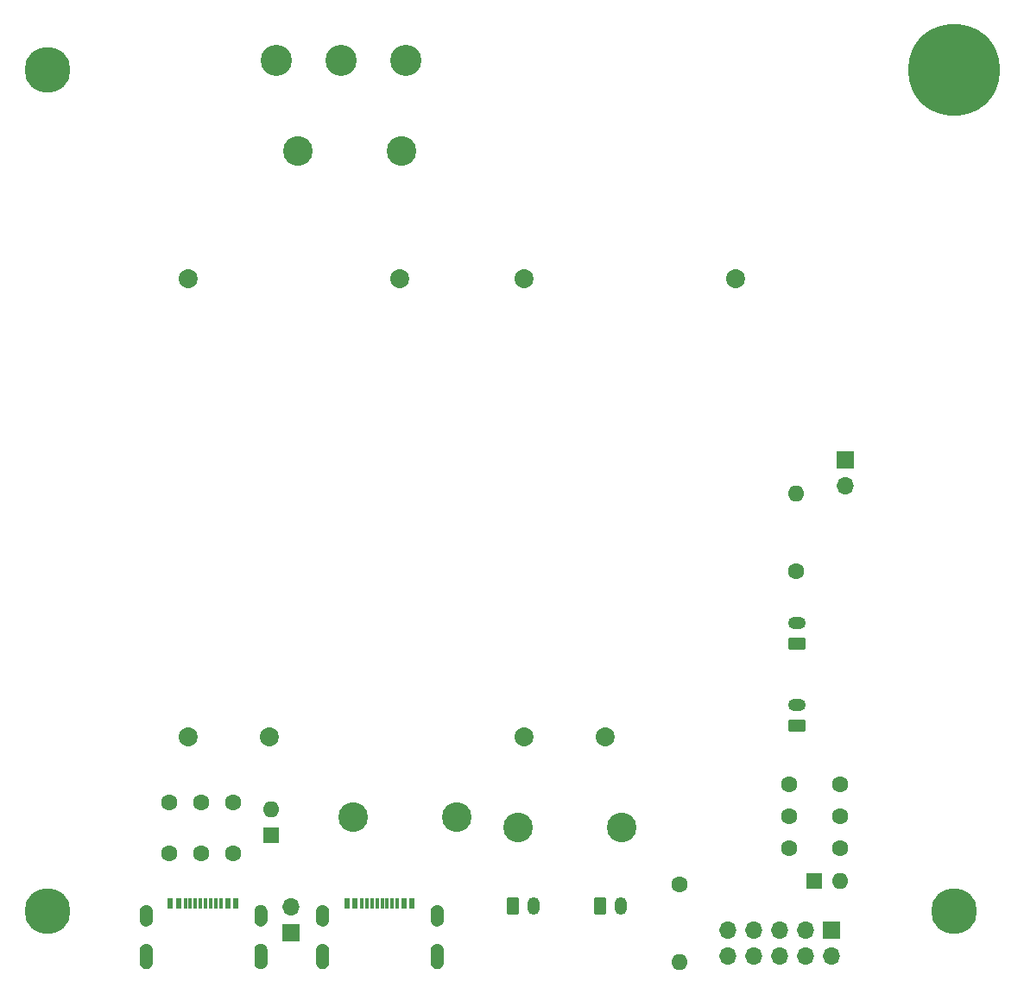
<source format=gbr>
%TF.GenerationSoftware,KiCad,Pcbnew,(6.0.4-0)*%
%TF.CreationDate,2023-02-13T16:26:13-08:00*%
%TF.ProjectId,v2a-power-board-4,7632612d-706f-4776-9572-2d626f617264,rev?*%
%TF.SameCoordinates,Original*%
%TF.FileFunction,Soldermask,Top*%
%TF.FilePolarity,Negative*%
%FSLAX46Y46*%
G04 Gerber Fmt 4.6, Leading zero omitted, Abs format (unit mm)*
G04 Created by KiCad (PCBNEW (6.0.4-0)) date 2023-02-13 16:26:13*
%MOMM*%
%LPD*%
G01*
G04 APERTURE LIST*
G04 Aperture macros list*
%AMRoundRect*
0 Rectangle with rounded corners*
0 $1 Rounding radius*
0 $2 $3 $4 $5 $6 $7 $8 $9 X,Y pos of 4 corners*
0 Add a 4 corners polygon primitive as box body*
4,1,4,$2,$3,$4,$5,$6,$7,$8,$9,$2,$3,0*
0 Add four circle primitives for the rounded corners*
1,1,$1+$1,$2,$3*
1,1,$1+$1,$4,$5*
1,1,$1+$1,$6,$7*
1,1,$1+$1,$8,$9*
0 Add four rect primitives between the rounded corners*
20,1,$1+$1,$2,$3,$4,$5,0*
20,1,$1+$1,$4,$5,$6,$7,0*
20,1,$1+$1,$6,$7,$8,$9,0*
20,1,$1+$1,$8,$9,$2,$3,0*%
G04 Aperture macros list end*
%ADD10C,0.010000*%
%ADD11RoundRect,0.250000X-0.350000X-0.625000X0.350000X-0.625000X0.350000X0.625000X-0.350000X0.625000X0*%
%ADD12O,1.200000X1.750000*%
%ADD13R,0.600000X1.100000*%
%ADD14R,0.300000X1.100000*%
%ADD15R,1.700000X1.700000*%
%ADD16O,1.700000X1.700000*%
%ADD17R,1.600000X1.600000*%
%ADD18O,1.600000X1.600000*%
%ADD19C,2.900000*%
%ADD20C,1.860000*%
%ADD21C,3.048000*%
%ADD22RoundRect,0.250000X0.625000X-0.350000X0.625000X0.350000X-0.625000X0.350000X-0.625000X-0.350000X0*%
%ADD23O,1.750000X1.200000*%
%ADD24C,4.500000*%
%ADD25C,9.000000*%
%ADD26C,1.600000*%
G04 APERTURE END LIST*
%TO.C,J1*%
G36*
X77168000Y-127595500D02*
G01*
X77230000Y-127605500D01*
X77290000Y-127621500D01*
X77349000Y-127644500D01*
X77405000Y-127672500D01*
X77458000Y-127707500D01*
X77506000Y-127746500D01*
X77551000Y-127791500D01*
X77590000Y-127839500D01*
X77625000Y-127892500D01*
X77653000Y-127948500D01*
X77676000Y-128007500D01*
X77692000Y-128067500D01*
X77702000Y-128129500D01*
X77705000Y-128192500D01*
X77705000Y-129392500D01*
X77702000Y-129455500D01*
X77692000Y-129517500D01*
X77676000Y-129577500D01*
X77653000Y-129636500D01*
X77625000Y-129692500D01*
X77590000Y-129745500D01*
X77551000Y-129793500D01*
X77506000Y-129838500D01*
X77458000Y-129877500D01*
X77405000Y-129912500D01*
X77349000Y-129940500D01*
X77290000Y-129963500D01*
X77230000Y-129979500D01*
X77168000Y-129989500D01*
X77105000Y-129992500D01*
X77042000Y-129989500D01*
X76980000Y-129979500D01*
X76920000Y-129963500D01*
X76861000Y-129940500D01*
X76805000Y-129912500D01*
X76752000Y-129877500D01*
X76704000Y-129838500D01*
X76659000Y-129793500D01*
X76620000Y-129745500D01*
X76585000Y-129692500D01*
X76557000Y-129636500D01*
X76534000Y-129577500D01*
X76518000Y-129517500D01*
X76508000Y-129455500D01*
X76505000Y-129392500D01*
X76505000Y-128192500D01*
X76508000Y-128129500D01*
X76518000Y-128067500D01*
X76534000Y-128007500D01*
X76557000Y-127948500D01*
X76585000Y-127892500D01*
X76620000Y-127839500D01*
X76659000Y-127791500D01*
X76704000Y-127746500D01*
X76752000Y-127707500D01*
X76805000Y-127672500D01*
X76861000Y-127644500D01*
X76920000Y-127621500D01*
X76980000Y-127605500D01*
X77042000Y-127595500D01*
X77105000Y-127592500D01*
X77168000Y-127595500D01*
G37*
D10*
X77168000Y-127595500D02*
X77230000Y-127605500D01*
X77290000Y-127621500D01*
X77349000Y-127644500D01*
X77405000Y-127672500D01*
X77458000Y-127707500D01*
X77506000Y-127746500D01*
X77551000Y-127791500D01*
X77590000Y-127839500D01*
X77625000Y-127892500D01*
X77653000Y-127948500D01*
X77676000Y-128007500D01*
X77692000Y-128067500D01*
X77702000Y-128129500D01*
X77705000Y-128192500D01*
X77705000Y-129392500D01*
X77702000Y-129455500D01*
X77692000Y-129517500D01*
X77676000Y-129577500D01*
X77653000Y-129636500D01*
X77625000Y-129692500D01*
X77590000Y-129745500D01*
X77551000Y-129793500D01*
X77506000Y-129838500D01*
X77458000Y-129877500D01*
X77405000Y-129912500D01*
X77349000Y-129940500D01*
X77290000Y-129963500D01*
X77230000Y-129979500D01*
X77168000Y-129989500D01*
X77105000Y-129992500D01*
X77042000Y-129989500D01*
X76980000Y-129979500D01*
X76920000Y-129963500D01*
X76861000Y-129940500D01*
X76805000Y-129912500D01*
X76752000Y-129877500D01*
X76704000Y-129838500D01*
X76659000Y-129793500D01*
X76620000Y-129745500D01*
X76585000Y-129692500D01*
X76557000Y-129636500D01*
X76534000Y-129577500D01*
X76518000Y-129517500D01*
X76508000Y-129455500D01*
X76505000Y-129392500D01*
X76505000Y-128192500D01*
X76508000Y-128129500D01*
X76518000Y-128067500D01*
X76534000Y-128007500D01*
X76557000Y-127948500D01*
X76585000Y-127892500D01*
X76620000Y-127839500D01*
X76659000Y-127791500D01*
X76704000Y-127746500D01*
X76752000Y-127707500D01*
X76805000Y-127672500D01*
X76861000Y-127644500D01*
X76920000Y-127621500D01*
X76980000Y-127605500D01*
X77042000Y-127595500D01*
X77105000Y-127592500D01*
X77168000Y-127595500D01*
G36*
X77168000Y-123795500D02*
G01*
X77230000Y-123805500D01*
X77290000Y-123821500D01*
X77349000Y-123844500D01*
X77405000Y-123872500D01*
X77458000Y-123907500D01*
X77506000Y-123946500D01*
X77551000Y-123991500D01*
X77590000Y-124039500D01*
X77625000Y-124092500D01*
X77653000Y-124148500D01*
X77676000Y-124207500D01*
X77692000Y-124267500D01*
X77702000Y-124329500D01*
X77705000Y-124392500D01*
X77705000Y-125192500D01*
X77702000Y-125255500D01*
X77692000Y-125317500D01*
X77676000Y-125377500D01*
X77653000Y-125436500D01*
X77625000Y-125492500D01*
X77590000Y-125545500D01*
X77551000Y-125593500D01*
X77506000Y-125638500D01*
X77458000Y-125677500D01*
X77405000Y-125712500D01*
X77349000Y-125740500D01*
X77290000Y-125763500D01*
X77230000Y-125779500D01*
X77168000Y-125789500D01*
X77105000Y-125792500D01*
X77042000Y-125789500D01*
X76980000Y-125779500D01*
X76920000Y-125763500D01*
X76861000Y-125740500D01*
X76805000Y-125712500D01*
X76752000Y-125677500D01*
X76704000Y-125638500D01*
X76659000Y-125593500D01*
X76620000Y-125545500D01*
X76585000Y-125492500D01*
X76557000Y-125436500D01*
X76534000Y-125377500D01*
X76518000Y-125317500D01*
X76508000Y-125255500D01*
X76505000Y-125192500D01*
X76505000Y-124392500D01*
X76508000Y-124329500D01*
X76518000Y-124267500D01*
X76534000Y-124207500D01*
X76557000Y-124148500D01*
X76585000Y-124092500D01*
X76620000Y-124039500D01*
X76659000Y-123991500D01*
X76704000Y-123946500D01*
X76752000Y-123907500D01*
X76805000Y-123872500D01*
X76861000Y-123844500D01*
X76920000Y-123821500D01*
X76980000Y-123805500D01*
X77042000Y-123795500D01*
X77105000Y-123792500D01*
X77168000Y-123795500D01*
G37*
X77168000Y-123795500D02*
X77230000Y-123805500D01*
X77290000Y-123821500D01*
X77349000Y-123844500D01*
X77405000Y-123872500D01*
X77458000Y-123907500D01*
X77506000Y-123946500D01*
X77551000Y-123991500D01*
X77590000Y-124039500D01*
X77625000Y-124092500D01*
X77653000Y-124148500D01*
X77676000Y-124207500D01*
X77692000Y-124267500D01*
X77702000Y-124329500D01*
X77705000Y-124392500D01*
X77705000Y-125192500D01*
X77702000Y-125255500D01*
X77692000Y-125317500D01*
X77676000Y-125377500D01*
X77653000Y-125436500D01*
X77625000Y-125492500D01*
X77590000Y-125545500D01*
X77551000Y-125593500D01*
X77506000Y-125638500D01*
X77458000Y-125677500D01*
X77405000Y-125712500D01*
X77349000Y-125740500D01*
X77290000Y-125763500D01*
X77230000Y-125779500D01*
X77168000Y-125789500D01*
X77105000Y-125792500D01*
X77042000Y-125789500D01*
X76980000Y-125779500D01*
X76920000Y-125763500D01*
X76861000Y-125740500D01*
X76805000Y-125712500D01*
X76752000Y-125677500D01*
X76704000Y-125638500D01*
X76659000Y-125593500D01*
X76620000Y-125545500D01*
X76585000Y-125492500D01*
X76557000Y-125436500D01*
X76534000Y-125377500D01*
X76518000Y-125317500D01*
X76508000Y-125255500D01*
X76505000Y-125192500D01*
X76505000Y-124392500D01*
X76508000Y-124329500D01*
X76518000Y-124267500D01*
X76534000Y-124207500D01*
X76557000Y-124148500D01*
X76585000Y-124092500D01*
X76620000Y-124039500D01*
X76659000Y-123991500D01*
X76704000Y-123946500D01*
X76752000Y-123907500D01*
X76805000Y-123872500D01*
X76861000Y-123844500D01*
X76920000Y-123821500D01*
X76980000Y-123805500D01*
X77042000Y-123795500D01*
X77105000Y-123792500D01*
X77168000Y-123795500D01*
G36*
X88408000Y-123795500D02*
G01*
X88470000Y-123805500D01*
X88530000Y-123821500D01*
X88589000Y-123844500D01*
X88645000Y-123872500D01*
X88698000Y-123907500D01*
X88746000Y-123946500D01*
X88791000Y-123991500D01*
X88830000Y-124039500D01*
X88865000Y-124092500D01*
X88893000Y-124148500D01*
X88916000Y-124207500D01*
X88932000Y-124267500D01*
X88942000Y-124329500D01*
X88945000Y-124392500D01*
X88945000Y-125192500D01*
X88942000Y-125255500D01*
X88932000Y-125317500D01*
X88916000Y-125377500D01*
X88893000Y-125436500D01*
X88865000Y-125492500D01*
X88830000Y-125545500D01*
X88791000Y-125593500D01*
X88746000Y-125638500D01*
X88698000Y-125677500D01*
X88645000Y-125712500D01*
X88589000Y-125740500D01*
X88530000Y-125763500D01*
X88470000Y-125779500D01*
X88408000Y-125789500D01*
X88345000Y-125792500D01*
X88282000Y-125789500D01*
X88220000Y-125779500D01*
X88160000Y-125763500D01*
X88101000Y-125740500D01*
X88045000Y-125712500D01*
X87992000Y-125677500D01*
X87944000Y-125638500D01*
X87899000Y-125593500D01*
X87860000Y-125545500D01*
X87825000Y-125492500D01*
X87797000Y-125436500D01*
X87774000Y-125377500D01*
X87758000Y-125317500D01*
X87748000Y-125255500D01*
X87745000Y-125192500D01*
X87745000Y-124392500D01*
X87748000Y-124329500D01*
X87758000Y-124267500D01*
X87774000Y-124207500D01*
X87797000Y-124148500D01*
X87825000Y-124092500D01*
X87860000Y-124039500D01*
X87899000Y-123991500D01*
X87944000Y-123946500D01*
X87992000Y-123907500D01*
X88045000Y-123872500D01*
X88101000Y-123844500D01*
X88160000Y-123821500D01*
X88220000Y-123805500D01*
X88282000Y-123795500D01*
X88345000Y-123792500D01*
X88408000Y-123795500D01*
G37*
X88408000Y-123795500D02*
X88470000Y-123805500D01*
X88530000Y-123821500D01*
X88589000Y-123844500D01*
X88645000Y-123872500D01*
X88698000Y-123907500D01*
X88746000Y-123946500D01*
X88791000Y-123991500D01*
X88830000Y-124039500D01*
X88865000Y-124092500D01*
X88893000Y-124148500D01*
X88916000Y-124207500D01*
X88932000Y-124267500D01*
X88942000Y-124329500D01*
X88945000Y-124392500D01*
X88945000Y-125192500D01*
X88942000Y-125255500D01*
X88932000Y-125317500D01*
X88916000Y-125377500D01*
X88893000Y-125436500D01*
X88865000Y-125492500D01*
X88830000Y-125545500D01*
X88791000Y-125593500D01*
X88746000Y-125638500D01*
X88698000Y-125677500D01*
X88645000Y-125712500D01*
X88589000Y-125740500D01*
X88530000Y-125763500D01*
X88470000Y-125779500D01*
X88408000Y-125789500D01*
X88345000Y-125792500D01*
X88282000Y-125789500D01*
X88220000Y-125779500D01*
X88160000Y-125763500D01*
X88101000Y-125740500D01*
X88045000Y-125712500D01*
X87992000Y-125677500D01*
X87944000Y-125638500D01*
X87899000Y-125593500D01*
X87860000Y-125545500D01*
X87825000Y-125492500D01*
X87797000Y-125436500D01*
X87774000Y-125377500D01*
X87758000Y-125317500D01*
X87748000Y-125255500D01*
X87745000Y-125192500D01*
X87745000Y-124392500D01*
X87748000Y-124329500D01*
X87758000Y-124267500D01*
X87774000Y-124207500D01*
X87797000Y-124148500D01*
X87825000Y-124092500D01*
X87860000Y-124039500D01*
X87899000Y-123991500D01*
X87944000Y-123946500D01*
X87992000Y-123907500D01*
X88045000Y-123872500D01*
X88101000Y-123844500D01*
X88160000Y-123821500D01*
X88220000Y-123805500D01*
X88282000Y-123795500D01*
X88345000Y-123792500D01*
X88408000Y-123795500D01*
G36*
X88408000Y-127595500D02*
G01*
X88470000Y-127605500D01*
X88530000Y-127621500D01*
X88589000Y-127644500D01*
X88645000Y-127672500D01*
X88698000Y-127707500D01*
X88746000Y-127746500D01*
X88791000Y-127791500D01*
X88830000Y-127839500D01*
X88865000Y-127892500D01*
X88893000Y-127948500D01*
X88916000Y-128007500D01*
X88932000Y-128067500D01*
X88942000Y-128129500D01*
X88945000Y-128192500D01*
X88945000Y-129392500D01*
X88942000Y-129455500D01*
X88932000Y-129517500D01*
X88916000Y-129577500D01*
X88893000Y-129636500D01*
X88865000Y-129692500D01*
X88830000Y-129745500D01*
X88791000Y-129793500D01*
X88746000Y-129838500D01*
X88698000Y-129877500D01*
X88645000Y-129912500D01*
X88589000Y-129940500D01*
X88530000Y-129963500D01*
X88470000Y-129979500D01*
X88408000Y-129989500D01*
X88345000Y-129992500D01*
X88282000Y-129989500D01*
X88220000Y-129979500D01*
X88160000Y-129963500D01*
X88101000Y-129940500D01*
X88045000Y-129912500D01*
X87992000Y-129877500D01*
X87944000Y-129838500D01*
X87899000Y-129793500D01*
X87860000Y-129745500D01*
X87825000Y-129692500D01*
X87797000Y-129636500D01*
X87774000Y-129577500D01*
X87758000Y-129517500D01*
X87748000Y-129455500D01*
X87745000Y-129392500D01*
X87745000Y-128192500D01*
X87748000Y-128129500D01*
X87758000Y-128067500D01*
X87774000Y-128007500D01*
X87797000Y-127948500D01*
X87825000Y-127892500D01*
X87860000Y-127839500D01*
X87899000Y-127791500D01*
X87944000Y-127746500D01*
X87992000Y-127707500D01*
X88045000Y-127672500D01*
X88101000Y-127644500D01*
X88160000Y-127621500D01*
X88220000Y-127605500D01*
X88282000Y-127595500D01*
X88345000Y-127592500D01*
X88408000Y-127595500D01*
G37*
X88408000Y-127595500D02*
X88470000Y-127605500D01*
X88530000Y-127621500D01*
X88589000Y-127644500D01*
X88645000Y-127672500D01*
X88698000Y-127707500D01*
X88746000Y-127746500D01*
X88791000Y-127791500D01*
X88830000Y-127839500D01*
X88865000Y-127892500D01*
X88893000Y-127948500D01*
X88916000Y-128007500D01*
X88932000Y-128067500D01*
X88942000Y-128129500D01*
X88945000Y-128192500D01*
X88945000Y-129392500D01*
X88942000Y-129455500D01*
X88932000Y-129517500D01*
X88916000Y-129577500D01*
X88893000Y-129636500D01*
X88865000Y-129692500D01*
X88830000Y-129745500D01*
X88791000Y-129793500D01*
X88746000Y-129838500D01*
X88698000Y-129877500D01*
X88645000Y-129912500D01*
X88589000Y-129940500D01*
X88530000Y-129963500D01*
X88470000Y-129979500D01*
X88408000Y-129989500D01*
X88345000Y-129992500D01*
X88282000Y-129989500D01*
X88220000Y-129979500D01*
X88160000Y-129963500D01*
X88101000Y-129940500D01*
X88045000Y-129912500D01*
X87992000Y-129877500D01*
X87944000Y-129838500D01*
X87899000Y-129793500D01*
X87860000Y-129745500D01*
X87825000Y-129692500D01*
X87797000Y-129636500D01*
X87774000Y-129577500D01*
X87758000Y-129517500D01*
X87748000Y-129455500D01*
X87745000Y-129392500D01*
X87745000Y-128192500D01*
X87748000Y-128129500D01*
X87758000Y-128067500D01*
X87774000Y-128007500D01*
X87797000Y-127948500D01*
X87825000Y-127892500D01*
X87860000Y-127839500D01*
X87899000Y-127791500D01*
X87944000Y-127746500D01*
X87992000Y-127707500D01*
X88045000Y-127672500D01*
X88101000Y-127644500D01*
X88160000Y-127621500D01*
X88220000Y-127605500D01*
X88282000Y-127595500D01*
X88345000Y-127592500D01*
X88408000Y-127595500D01*
%TO.C,J2*%
G36*
X94468000Y-127595500D02*
G01*
X94530000Y-127605500D01*
X94590000Y-127621500D01*
X94649000Y-127644500D01*
X94705000Y-127672500D01*
X94758000Y-127707500D01*
X94806000Y-127746500D01*
X94851000Y-127791500D01*
X94890000Y-127839500D01*
X94925000Y-127892500D01*
X94953000Y-127948500D01*
X94976000Y-128007500D01*
X94992000Y-128067500D01*
X95002000Y-128129500D01*
X95005000Y-128192500D01*
X95005000Y-129392500D01*
X95002000Y-129455500D01*
X94992000Y-129517500D01*
X94976000Y-129577500D01*
X94953000Y-129636500D01*
X94925000Y-129692500D01*
X94890000Y-129745500D01*
X94851000Y-129793500D01*
X94806000Y-129838500D01*
X94758000Y-129877500D01*
X94705000Y-129912500D01*
X94649000Y-129940500D01*
X94590000Y-129963500D01*
X94530000Y-129979500D01*
X94468000Y-129989500D01*
X94405000Y-129992500D01*
X94342000Y-129989500D01*
X94280000Y-129979500D01*
X94220000Y-129963500D01*
X94161000Y-129940500D01*
X94105000Y-129912500D01*
X94052000Y-129877500D01*
X94004000Y-129838500D01*
X93959000Y-129793500D01*
X93920000Y-129745500D01*
X93885000Y-129692500D01*
X93857000Y-129636500D01*
X93834000Y-129577500D01*
X93818000Y-129517500D01*
X93808000Y-129455500D01*
X93805000Y-129392500D01*
X93805000Y-128192500D01*
X93808000Y-128129500D01*
X93818000Y-128067500D01*
X93834000Y-128007500D01*
X93857000Y-127948500D01*
X93885000Y-127892500D01*
X93920000Y-127839500D01*
X93959000Y-127791500D01*
X94004000Y-127746500D01*
X94052000Y-127707500D01*
X94105000Y-127672500D01*
X94161000Y-127644500D01*
X94220000Y-127621500D01*
X94280000Y-127605500D01*
X94342000Y-127595500D01*
X94405000Y-127592500D01*
X94468000Y-127595500D01*
G37*
X94468000Y-127595500D02*
X94530000Y-127605500D01*
X94590000Y-127621500D01*
X94649000Y-127644500D01*
X94705000Y-127672500D01*
X94758000Y-127707500D01*
X94806000Y-127746500D01*
X94851000Y-127791500D01*
X94890000Y-127839500D01*
X94925000Y-127892500D01*
X94953000Y-127948500D01*
X94976000Y-128007500D01*
X94992000Y-128067500D01*
X95002000Y-128129500D01*
X95005000Y-128192500D01*
X95005000Y-129392500D01*
X95002000Y-129455500D01*
X94992000Y-129517500D01*
X94976000Y-129577500D01*
X94953000Y-129636500D01*
X94925000Y-129692500D01*
X94890000Y-129745500D01*
X94851000Y-129793500D01*
X94806000Y-129838500D01*
X94758000Y-129877500D01*
X94705000Y-129912500D01*
X94649000Y-129940500D01*
X94590000Y-129963500D01*
X94530000Y-129979500D01*
X94468000Y-129989500D01*
X94405000Y-129992500D01*
X94342000Y-129989500D01*
X94280000Y-129979500D01*
X94220000Y-129963500D01*
X94161000Y-129940500D01*
X94105000Y-129912500D01*
X94052000Y-129877500D01*
X94004000Y-129838500D01*
X93959000Y-129793500D01*
X93920000Y-129745500D01*
X93885000Y-129692500D01*
X93857000Y-129636500D01*
X93834000Y-129577500D01*
X93818000Y-129517500D01*
X93808000Y-129455500D01*
X93805000Y-129392500D01*
X93805000Y-128192500D01*
X93808000Y-128129500D01*
X93818000Y-128067500D01*
X93834000Y-128007500D01*
X93857000Y-127948500D01*
X93885000Y-127892500D01*
X93920000Y-127839500D01*
X93959000Y-127791500D01*
X94004000Y-127746500D01*
X94052000Y-127707500D01*
X94105000Y-127672500D01*
X94161000Y-127644500D01*
X94220000Y-127621500D01*
X94280000Y-127605500D01*
X94342000Y-127595500D01*
X94405000Y-127592500D01*
X94468000Y-127595500D01*
G36*
X94468000Y-123795500D02*
G01*
X94530000Y-123805500D01*
X94590000Y-123821500D01*
X94649000Y-123844500D01*
X94705000Y-123872500D01*
X94758000Y-123907500D01*
X94806000Y-123946500D01*
X94851000Y-123991500D01*
X94890000Y-124039500D01*
X94925000Y-124092500D01*
X94953000Y-124148500D01*
X94976000Y-124207500D01*
X94992000Y-124267500D01*
X95002000Y-124329500D01*
X95005000Y-124392500D01*
X95005000Y-125192500D01*
X95002000Y-125255500D01*
X94992000Y-125317500D01*
X94976000Y-125377500D01*
X94953000Y-125436500D01*
X94925000Y-125492500D01*
X94890000Y-125545500D01*
X94851000Y-125593500D01*
X94806000Y-125638500D01*
X94758000Y-125677500D01*
X94705000Y-125712500D01*
X94649000Y-125740500D01*
X94590000Y-125763500D01*
X94530000Y-125779500D01*
X94468000Y-125789500D01*
X94405000Y-125792500D01*
X94342000Y-125789500D01*
X94280000Y-125779500D01*
X94220000Y-125763500D01*
X94161000Y-125740500D01*
X94105000Y-125712500D01*
X94052000Y-125677500D01*
X94004000Y-125638500D01*
X93959000Y-125593500D01*
X93920000Y-125545500D01*
X93885000Y-125492500D01*
X93857000Y-125436500D01*
X93834000Y-125377500D01*
X93818000Y-125317500D01*
X93808000Y-125255500D01*
X93805000Y-125192500D01*
X93805000Y-124392500D01*
X93808000Y-124329500D01*
X93818000Y-124267500D01*
X93834000Y-124207500D01*
X93857000Y-124148500D01*
X93885000Y-124092500D01*
X93920000Y-124039500D01*
X93959000Y-123991500D01*
X94004000Y-123946500D01*
X94052000Y-123907500D01*
X94105000Y-123872500D01*
X94161000Y-123844500D01*
X94220000Y-123821500D01*
X94280000Y-123805500D01*
X94342000Y-123795500D01*
X94405000Y-123792500D01*
X94468000Y-123795500D01*
G37*
X94468000Y-123795500D02*
X94530000Y-123805500D01*
X94590000Y-123821500D01*
X94649000Y-123844500D01*
X94705000Y-123872500D01*
X94758000Y-123907500D01*
X94806000Y-123946500D01*
X94851000Y-123991500D01*
X94890000Y-124039500D01*
X94925000Y-124092500D01*
X94953000Y-124148500D01*
X94976000Y-124207500D01*
X94992000Y-124267500D01*
X95002000Y-124329500D01*
X95005000Y-124392500D01*
X95005000Y-125192500D01*
X95002000Y-125255500D01*
X94992000Y-125317500D01*
X94976000Y-125377500D01*
X94953000Y-125436500D01*
X94925000Y-125492500D01*
X94890000Y-125545500D01*
X94851000Y-125593500D01*
X94806000Y-125638500D01*
X94758000Y-125677500D01*
X94705000Y-125712500D01*
X94649000Y-125740500D01*
X94590000Y-125763500D01*
X94530000Y-125779500D01*
X94468000Y-125789500D01*
X94405000Y-125792500D01*
X94342000Y-125789500D01*
X94280000Y-125779500D01*
X94220000Y-125763500D01*
X94161000Y-125740500D01*
X94105000Y-125712500D01*
X94052000Y-125677500D01*
X94004000Y-125638500D01*
X93959000Y-125593500D01*
X93920000Y-125545500D01*
X93885000Y-125492500D01*
X93857000Y-125436500D01*
X93834000Y-125377500D01*
X93818000Y-125317500D01*
X93808000Y-125255500D01*
X93805000Y-125192500D01*
X93805000Y-124392500D01*
X93808000Y-124329500D01*
X93818000Y-124267500D01*
X93834000Y-124207500D01*
X93857000Y-124148500D01*
X93885000Y-124092500D01*
X93920000Y-124039500D01*
X93959000Y-123991500D01*
X94004000Y-123946500D01*
X94052000Y-123907500D01*
X94105000Y-123872500D01*
X94161000Y-123844500D01*
X94220000Y-123821500D01*
X94280000Y-123805500D01*
X94342000Y-123795500D01*
X94405000Y-123792500D01*
X94468000Y-123795500D01*
G36*
X105708000Y-123795500D02*
G01*
X105770000Y-123805500D01*
X105830000Y-123821500D01*
X105889000Y-123844500D01*
X105945000Y-123872500D01*
X105998000Y-123907500D01*
X106046000Y-123946500D01*
X106091000Y-123991500D01*
X106130000Y-124039500D01*
X106165000Y-124092500D01*
X106193000Y-124148500D01*
X106216000Y-124207500D01*
X106232000Y-124267500D01*
X106242000Y-124329500D01*
X106245000Y-124392500D01*
X106245000Y-125192500D01*
X106242000Y-125255500D01*
X106232000Y-125317500D01*
X106216000Y-125377500D01*
X106193000Y-125436500D01*
X106165000Y-125492500D01*
X106130000Y-125545500D01*
X106091000Y-125593500D01*
X106046000Y-125638500D01*
X105998000Y-125677500D01*
X105945000Y-125712500D01*
X105889000Y-125740500D01*
X105830000Y-125763500D01*
X105770000Y-125779500D01*
X105708000Y-125789500D01*
X105645000Y-125792500D01*
X105582000Y-125789500D01*
X105520000Y-125779500D01*
X105460000Y-125763500D01*
X105401000Y-125740500D01*
X105345000Y-125712500D01*
X105292000Y-125677500D01*
X105244000Y-125638500D01*
X105199000Y-125593500D01*
X105160000Y-125545500D01*
X105125000Y-125492500D01*
X105097000Y-125436500D01*
X105074000Y-125377500D01*
X105058000Y-125317500D01*
X105048000Y-125255500D01*
X105045000Y-125192500D01*
X105045000Y-124392500D01*
X105048000Y-124329500D01*
X105058000Y-124267500D01*
X105074000Y-124207500D01*
X105097000Y-124148500D01*
X105125000Y-124092500D01*
X105160000Y-124039500D01*
X105199000Y-123991500D01*
X105244000Y-123946500D01*
X105292000Y-123907500D01*
X105345000Y-123872500D01*
X105401000Y-123844500D01*
X105460000Y-123821500D01*
X105520000Y-123805500D01*
X105582000Y-123795500D01*
X105645000Y-123792500D01*
X105708000Y-123795500D01*
G37*
X105708000Y-123795500D02*
X105770000Y-123805500D01*
X105830000Y-123821500D01*
X105889000Y-123844500D01*
X105945000Y-123872500D01*
X105998000Y-123907500D01*
X106046000Y-123946500D01*
X106091000Y-123991500D01*
X106130000Y-124039500D01*
X106165000Y-124092500D01*
X106193000Y-124148500D01*
X106216000Y-124207500D01*
X106232000Y-124267500D01*
X106242000Y-124329500D01*
X106245000Y-124392500D01*
X106245000Y-125192500D01*
X106242000Y-125255500D01*
X106232000Y-125317500D01*
X106216000Y-125377500D01*
X106193000Y-125436500D01*
X106165000Y-125492500D01*
X106130000Y-125545500D01*
X106091000Y-125593500D01*
X106046000Y-125638500D01*
X105998000Y-125677500D01*
X105945000Y-125712500D01*
X105889000Y-125740500D01*
X105830000Y-125763500D01*
X105770000Y-125779500D01*
X105708000Y-125789500D01*
X105645000Y-125792500D01*
X105582000Y-125789500D01*
X105520000Y-125779500D01*
X105460000Y-125763500D01*
X105401000Y-125740500D01*
X105345000Y-125712500D01*
X105292000Y-125677500D01*
X105244000Y-125638500D01*
X105199000Y-125593500D01*
X105160000Y-125545500D01*
X105125000Y-125492500D01*
X105097000Y-125436500D01*
X105074000Y-125377500D01*
X105058000Y-125317500D01*
X105048000Y-125255500D01*
X105045000Y-125192500D01*
X105045000Y-124392500D01*
X105048000Y-124329500D01*
X105058000Y-124267500D01*
X105074000Y-124207500D01*
X105097000Y-124148500D01*
X105125000Y-124092500D01*
X105160000Y-124039500D01*
X105199000Y-123991500D01*
X105244000Y-123946500D01*
X105292000Y-123907500D01*
X105345000Y-123872500D01*
X105401000Y-123844500D01*
X105460000Y-123821500D01*
X105520000Y-123805500D01*
X105582000Y-123795500D01*
X105645000Y-123792500D01*
X105708000Y-123795500D01*
G36*
X105708000Y-127595500D02*
G01*
X105770000Y-127605500D01*
X105830000Y-127621500D01*
X105889000Y-127644500D01*
X105945000Y-127672500D01*
X105998000Y-127707500D01*
X106046000Y-127746500D01*
X106091000Y-127791500D01*
X106130000Y-127839500D01*
X106165000Y-127892500D01*
X106193000Y-127948500D01*
X106216000Y-128007500D01*
X106232000Y-128067500D01*
X106242000Y-128129500D01*
X106245000Y-128192500D01*
X106245000Y-129392500D01*
X106242000Y-129455500D01*
X106232000Y-129517500D01*
X106216000Y-129577500D01*
X106193000Y-129636500D01*
X106165000Y-129692500D01*
X106130000Y-129745500D01*
X106091000Y-129793500D01*
X106046000Y-129838500D01*
X105998000Y-129877500D01*
X105945000Y-129912500D01*
X105889000Y-129940500D01*
X105830000Y-129963500D01*
X105770000Y-129979500D01*
X105708000Y-129989500D01*
X105645000Y-129992500D01*
X105582000Y-129989500D01*
X105520000Y-129979500D01*
X105460000Y-129963500D01*
X105401000Y-129940500D01*
X105345000Y-129912500D01*
X105292000Y-129877500D01*
X105244000Y-129838500D01*
X105199000Y-129793500D01*
X105160000Y-129745500D01*
X105125000Y-129692500D01*
X105097000Y-129636500D01*
X105074000Y-129577500D01*
X105058000Y-129517500D01*
X105048000Y-129455500D01*
X105045000Y-129392500D01*
X105045000Y-128192500D01*
X105048000Y-128129500D01*
X105058000Y-128067500D01*
X105074000Y-128007500D01*
X105097000Y-127948500D01*
X105125000Y-127892500D01*
X105160000Y-127839500D01*
X105199000Y-127791500D01*
X105244000Y-127746500D01*
X105292000Y-127707500D01*
X105345000Y-127672500D01*
X105401000Y-127644500D01*
X105460000Y-127621500D01*
X105520000Y-127605500D01*
X105582000Y-127595500D01*
X105645000Y-127592500D01*
X105708000Y-127595500D01*
G37*
X105708000Y-127595500D02*
X105770000Y-127605500D01*
X105830000Y-127621500D01*
X105889000Y-127644500D01*
X105945000Y-127672500D01*
X105998000Y-127707500D01*
X106046000Y-127746500D01*
X106091000Y-127791500D01*
X106130000Y-127839500D01*
X106165000Y-127892500D01*
X106193000Y-127948500D01*
X106216000Y-128007500D01*
X106232000Y-128067500D01*
X106242000Y-128129500D01*
X106245000Y-128192500D01*
X106245000Y-129392500D01*
X106242000Y-129455500D01*
X106232000Y-129517500D01*
X106216000Y-129577500D01*
X106193000Y-129636500D01*
X106165000Y-129692500D01*
X106130000Y-129745500D01*
X106091000Y-129793500D01*
X106046000Y-129838500D01*
X105998000Y-129877500D01*
X105945000Y-129912500D01*
X105889000Y-129940500D01*
X105830000Y-129963500D01*
X105770000Y-129979500D01*
X105708000Y-129989500D01*
X105645000Y-129992500D01*
X105582000Y-129989500D01*
X105520000Y-129979500D01*
X105460000Y-129963500D01*
X105401000Y-129940500D01*
X105345000Y-129912500D01*
X105292000Y-129877500D01*
X105244000Y-129838500D01*
X105199000Y-129793500D01*
X105160000Y-129745500D01*
X105125000Y-129692500D01*
X105097000Y-129636500D01*
X105074000Y-129577500D01*
X105058000Y-129517500D01*
X105048000Y-129455500D01*
X105045000Y-129392500D01*
X105045000Y-128192500D01*
X105048000Y-128129500D01*
X105058000Y-128067500D01*
X105074000Y-128007500D01*
X105097000Y-127948500D01*
X105125000Y-127892500D01*
X105160000Y-127839500D01*
X105199000Y-127791500D01*
X105244000Y-127746500D01*
X105292000Y-127707500D01*
X105345000Y-127672500D01*
X105401000Y-127644500D01*
X105460000Y-127621500D01*
X105520000Y-127605500D01*
X105582000Y-127595500D01*
X105645000Y-127592500D01*
X105708000Y-127595500D01*
%TD*%
D11*
%TO.C,D2*%
X121650000Y-123850000D03*
D12*
X123650000Y-123850000D03*
%TD*%
D13*
%TO.C,J1*%
X79525000Y-123642500D03*
X80325000Y-123642500D03*
D14*
X81475000Y-123642500D03*
X82475000Y-123642500D03*
X82975000Y-123642500D03*
X83975000Y-123642500D03*
D13*
X85925000Y-123642500D03*
X85125000Y-123642500D03*
D14*
X84475000Y-123642500D03*
X83475000Y-123642500D03*
X81975000Y-123642500D03*
X80975000Y-123642500D03*
%TD*%
D15*
%TO.C,JP2*%
X91375000Y-126475000D03*
D16*
X91375000Y-123935000D03*
%TD*%
D13*
%TO.C,J2*%
X96825000Y-123642500D03*
X97625000Y-123642500D03*
D14*
X98775000Y-123642500D03*
X99775000Y-123642500D03*
X100275000Y-123642500D03*
X101275000Y-123642500D03*
D13*
X103225000Y-123642500D03*
X102425000Y-123642500D03*
D14*
X101775000Y-123642500D03*
X100775000Y-123642500D03*
X99275000Y-123642500D03*
X98275000Y-123642500D03*
%TD*%
D15*
%TO.C,JP1*%
X145675000Y-80125000D03*
D16*
X145675000Y-82665000D03*
%TD*%
D17*
%TO.C,D3*%
X89375000Y-116906815D03*
D18*
X89375000Y-114366815D03*
%TD*%
D19*
%TO.C,F2*%
X113620000Y-116167500D03*
X123780000Y-116167500D03*
%TD*%
D20*
%TO.C,PS2*%
X134975000Y-62300000D03*
X114175000Y-62300000D03*
X114175000Y-107300000D03*
X122175000Y-107300000D03*
%TD*%
D11*
%TO.C,SW1*%
X113125000Y-123850000D03*
D12*
X115125000Y-123850000D03*
%TD*%
D21*
%TO.C,PJ1*%
X89925000Y-40925000D03*
X96275000Y-40925000D03*
X102625000Y-40925000D03*
%TD*%
D22*
%TO.C,SW2*%
X140950000Y-98125000D03*
D23*
X140950000Y-96125000D03*
%TD*%
D24*
%TO.C,REF\u002A\u002A*%
X67449979Y-41799993D03*
%TD*%
D15*
%TO.C,J3*%
X144300000Y-126250000D03*
D16*
X144300000Y-128790000D03*
X141760000Y-126250000D03*
X141760000Y-128790000D03*
X139220000Y-126250000D03*
X139220000Y-128790000D03*
X136680000Y-126250000D03*
X136680000Y-128790000D03*
X134140000Y-126250000D03*
X134140000Y-128790000D03*
%TD*%
D25*
%TO.C,H1*%
X156350005Y-41799993D03*
%TD*%
D22*
%TO.C,D1*%
X140950000Y-106175000D03*
D23*
X140950000Y-104175000D03*
%TD*%
D20*
%TO.C,PS1*%
X102025000Y-62300000D03*
X81225000Y-62300000D03*
X81225000Y-107300000D03*
X89225000Y-107300000D03*
%TD*%
D19*
%TO.C,F1*%
X97395000Y-115150000D03*
X107555000Y-115150000D03*
%TD*%
D17*
%TO.C,D4*%
X142610686Y-121400000D03*
D18*
X145150686Y-121400000D03*
%TD*%
D24*
%TO.C,REF\u002A\u002A*%
X156350000Y-124350000D03*
%TD*%
D19*
%TO.C,F3*%
X91995000Y-49800000D03*
X102155000Y-49800000D03*
%TD*%
D24*
%TO.C,REF\u002A\u002A*%
X67449988Y-124350005D03*
%TD*%
D26*
%TO.C,C1*%
X85675000Y-113700000D03*
X85675000Y-118700000D03*
%TD*%
%TO.C,R2*%
X129425000Y-121765000D03*
D18*
X129425000Y-129385000D03*
%TD*%
D26*
%TO.C,C6*%
X145225000Y-111925000D03*
X140225000Y-111925000D03*
%TD*%
%TO.C,C2*%
X145225000Y-118175000D03*
X140225000Y-118175000D03*
%TD*%
%TO.C,R1*%
X140875000Y-91000000D03*
D18*
X140875000Y-83380000D03*
%TD*%
D26*
%TO.C,C4*%
X145225000Y-115050000D03*
X140225000Y-115050000D03*
%TD*%
%TO.C,C5*%
X79425000Y-113725000D03*
X79425000Y-118725000D03*
%TD*%
%TO.C,C3*%
X82550000Y-113725000D03*
X82550000Y-118725000D03*
%TD*%
M02*

</source>
